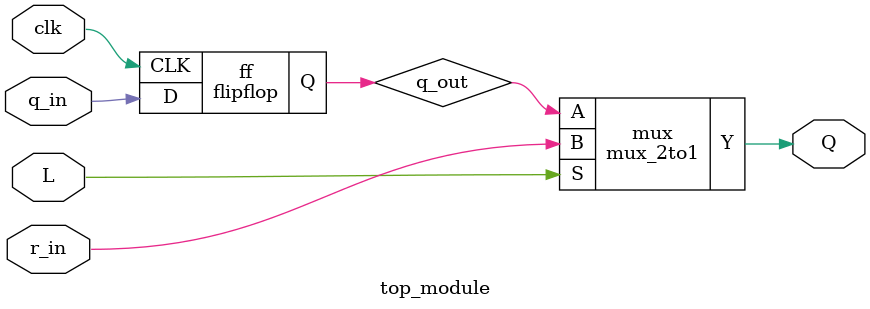
<source format=sv>
module flipflop(
    input CLK,
    input D,
    output reg Q
);
    
    always @(posedge CLK)
    begin
        Q <= D;
    end 
endmodule
module mux_2to1(
    input A,
    input B,
    input S,
    output reg Y
);

    always @*
    begin
        if(S == 0)
            Y = A;
        else
            Y = B;
    end
endmodule
module top_module(
    input clk,
    input L,
    input q_in,
    input r_in,
    output reg Q
);

    wire [2:0] r;
    wire [2:0] q;
    wire q_out;

    flipflop ff (.CLK(clk), .D(q_in), .Q(q_out));
    mux_2to1 mux (.A(q_out), .B(r_in), .S(L), .Y(Q));

    always @(posedge clk)
    begin
        r <= r_in;
        if (L) begin
            q <= r;
        end else begin
            q <= {q[1] ^ q[2], q[0], q[2]};
        end
    end

endmodule

</source>
